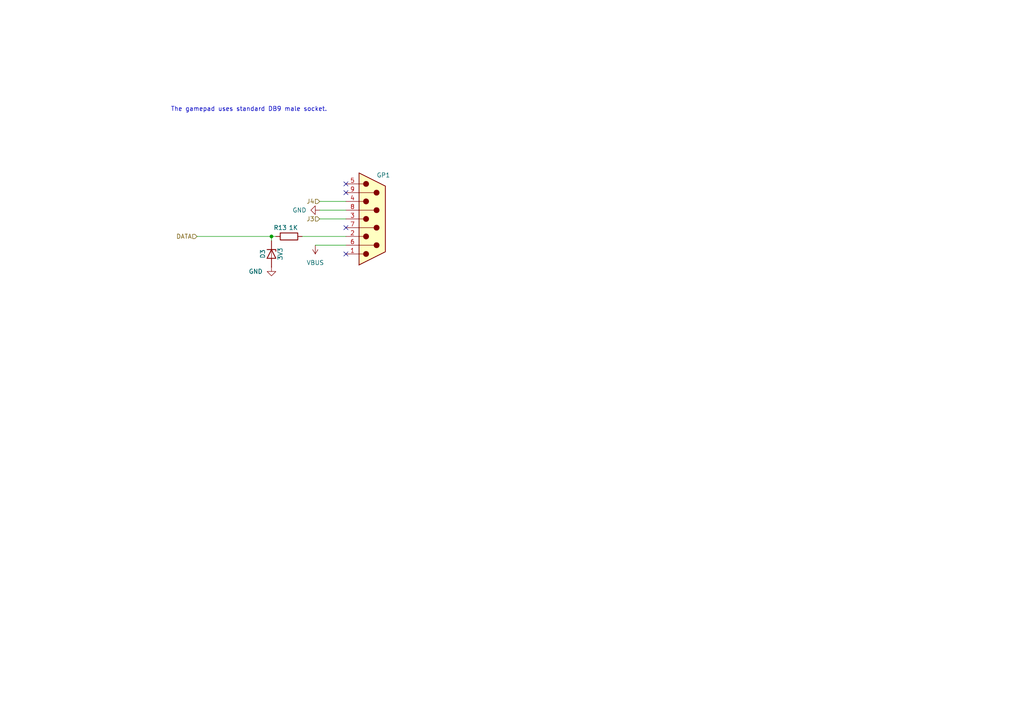
<source format=kicad_sch>
(kicad_sch (version 20250114) (generator "eeschema") (generator_version "9.0")
  (paper "A4")
  (title_block (title "MiniFRANK RM1") (date "2025-03-04") (rev "2.01") (company "Mikhail Matveev") (comment 1 "https://github.com/xtremespb/frank"))
  (lib_symbols
    (symbol "Device:D_Zener" (pin_numbers (hide yes)) (pin_names (offset 1.016) (hide yes))
      (property "Reference" "D" (at 0 2.54 0))
      (property "Value" "D_Zener" (at 0 -2.54 0))
      (symbol "D_Zener_0_1"
        (polyline (pts (xy -1.27 -1.27) (xy -1.27 1.27) (xy -0.762 1.27)) (stroke (width 0.254)))
        (polyline (pts (xy 1.27 0) (xy -1.27 0)))
        (polyline (pts (xy 1.27 -1.27) (xy 1.27 1.27) (xy -1.27 0) (xy 1.27 -1.27)) (stroke (width 0.254)))
      )
      (symbol "D_Zener_1_1"
        (pin passive line (at -3.81 0 0) (length 2.54) (name "K") (number "1"))
        (pin passive line (at 3.81 0 180) (length 2.54) (name "A") (number "2"))
      )
    )
    (symbol "Device:R" (pin_numbers (hide yes)) (pin_names (offset 0))
      (property "Reference" "R" (at 2.032 0 90))
      (property "Value" "R" (at 0 0 90))
      (symbol "R_0_1"
        (rectangle (start -1.016 -2.54) (end 1.016 2.54) (stroke (width 0.254)))
      )
      (symbol "R_1_1"
        (pin passive line (at 0 3.81 270) (length 1.27) (name "~") (number "1"))
        (pin passive line (at 0 -3.81 90) (length 1.27) (name "~") (number "2"))
      )
    )
    (symbol "FRANK:DB9_Male_Small" (pin_names (offset 1.016) (hide yes))
      (property "Reference" "JOY1" (at 1.27 12.7 0))
      (symbol "DB9_Male_Small_0_1"
        (polyline (pts (xy -3.81 10.16) (xy -2.54 10.16)))
        (polyline (pts (xy -3.81 7.62) (xy 0.508 7.62)))
        (polyline (pts (xy -3.81 5.08) (xy -2.54 5.08)))
        (polyline (pts (xy -3.81 2.54) (xy 0.508 2.54)))
        (polyline (pts (xy -3.81 0) (xy -2.54 0)))
        (polyline (pts (xy -3.81 -2.54) (xy 0.508 -2.54)))
        (polyline (pts (xy -3.81 -5.08) (xy -2.54 -5.08)))
        (polyline (pts (xy -3.81 -7.62) (xy 0.508 -7.62)))
        (polyline (pts (xy -3.81 -10.16) (xy -2.54 -10.16)))
        (polyline (pts (xy -3.81 -13.335) (xy -3.81 13.335) (xy 3.81 9.525) (xy 3.81 -9.525) (xy -3.81 -13.335)) (stroke (width 0.254)) (fill (type background)))
        (circle (center -1.778 10.16) (radius 0.762) (fill (type outline)))
        (circle (center -1.778 5.08) (radius 0.762) (fill (type outline)))
        (circle (center -1.778 0) (radius 0.762) (fill (type outline)))
        (circle (center -1.778 -5.08) (radius 0.762) (fill (type outline)))
        (circle (center -1.778 -10.16) (radius 0.762) (fill (type outline)))
        (circle (center 1.27 7.62) (radius 0.762) (fill (type outline)))
        (circle (center 1.27 2.54) (radius 0.762) (fill (type outline)))
        (circle (center 1.27 -2.54) (radius 0.762) (fill (type outline)))
        (circle (center 1.27 -7.62) (radius 0.762) (fill (type outline)))
      )
      (symbol "DB9_Male_Small_1_1"
        (pin passive line (at -7.62 10.16 0) (length 3.81) (name "5") (number "5"))
        (pin passive line (at -7.62 7.62 0) (length 3.81) (name "9") (number "9"))
        (pin passive line (at -7.62 5.08 0) (length 3.81) (name "4") (number "4"))
        (pin passive line (at -7.62 2.54 0) (length 3.81) (name "8") (number "8"))
        (pin passive line (at -7.62 0 0) (length 3.81) (name "3") (number "3"))
        (pin passive line (at -7.62 -2.54 0) (length 3.81) (name "7") (number "7"))
        (pin passive line (at -7.62 -5.08 0) (length 3.81) (name "2") (number "2"))
        (pin passive line (at -7.62 -7.62 0) (length 3.81) (name "6") (number "6"))
        (pin passive line (at -7.62 -10.16 0) (length 3.81) (name "1") (number "1"))
      )
    )
    (symbol "GND_1" (power) (pin_numbers (hide yes)) (pin_names (offset 0) (hide yes))
      (property "Value" "GND" (at 0 -3.81 0))
      (symbol "GND_1_0_1"
        (polyline (pts (xy 0 0) (xy 0 -1.27) (xy 1.27 -1.27) (xy 0 -2.54) (xy -1.27 -1.27) (xy 0 -1.27)))
      )
      (symbol "GND_1_1_1"
        (pin power_in line (at 0 0 270) (length 0) (name "~") (number "1"))
      )
    )
    (symbol "power:GND" (power) (pin_numbers (hide yes)) (pin_names (offset 0) (hide yes))
      (property "Value" "GND" (at 0 -3.81 0))
      (symbol "GND_0_1"
        (polyline (pts (xy 0 0) (xy 0 -1.27) (xy 1.27 -1.27) (xy 0 -2.54) (xy -1.27 -1.27) (xy 0 -1.27)))
      )
      (symbol "GND_1_1"
        (pin power_in line (at 0 0 270) (length 0) (name "~") (number "1"))
      )
    )
    (symbol "power:VBUS" (power) (pin_numbers (hide yes)) (pin_names (offset 0) (hide yes))
      (property "Value" "VBUS" (at 0 3.556 0))
      (symbol "VBUS_0_1"
        (polyline (pts (xy -0.762 1.27) (xy 0 2.54)))
        (polyline (pts (xy 0 2.54) (xy 0.762 1.27)))
        (polyline (pts (xy 0 0) (xy 0 2.54)))
      )
      (symbol "VBUS_1_1"
        (pin power_in line (at 0 0 90) (length 0) (name "~") (number "1"))
      )
    )
  )
  (text "The gamepad uses standard DB9 male socket." (at 49.53 31.75 0) (effects (font (size 1.27 1.27)) (justify left)))
  (junction (at 78.74 68.58))
  (no_connect (at 100.33 55.88))
  (no_connect (at 100.33 53.34))
  (no_connect (at 100.33 66.04))
  (no_connect (at 100.33 73.66))
  (wire (pts (xy 92.71 63.5) (xy 100.33 63.5)))
  (wire (pts (xy 92.71 58.42) (xy 100.33 58.42)))
  (wire (pts (xy 91.44 71.12) (xy 100.33 71.12)))
  (wire (pts (xy 78.74 68.58) (xy 78.74 69.85)))
  (wire (pts (xy 57.15 68.58) (xy 78.74 68.58)))
  (wire (pts (xy 80.01 68.58) (xy 78.74 68.58)))
  (wire (pts (xy 92.71 60.96) (xy 100.33 60.96)))
  (wire (pts (xy 87.63 68.58) (xy 100.33 68.58)))
  (hierarchical_label "J4" (shape input) (at 92.71 58.42 180))
  (hierarchical_label "J3" (shape input) (at 92.71 63.5 180))
  (hierarchical_label "DATA" (shape input) (at 57.15 68.58 180))
  (symbol (lib_id "power:GND") (at 78.74 77.47 0) (unit 1)
    (property "Reference" "#PWR040" (effects (hide yes)))
    (property "Value" "GND" (at 76.2 78.74 0) (effects (justify right)))
    (property "Description" "Power symbol creates a global label with name \"GND\" , ground" (effects (hide yes)))
    (instances (project "" (path "" (reference "#PWR040") (unit 1)) (path "" (reference "#PWR043") (unit 1))))
  )
  (symbol (lib_id "Device:D_Zener") (at 78.74 73.66 270) (unit 1)
    (property "Reference" "D3" (at 76.2 73.66 0))
    (property "Value" "3V3" (at 81.28 73.66 0))
    (property "Footprint" "FRANK:Diode (SOD-323)" (effects (hide yes)))
    (property "Datasheet" "https://www.vishay.com/docs/83335/bzx384g.pdf" (effects (hide yes)))
    (property "AliExpress" "https://www.aliexpress.com/item/32997486634.html" (effects (hide yes)))
    (instances (project "" (path "" (reference "D3") (unit 1)) (path "" (reference "D4") (unit 1))))
  )
  (symbol (lib_id "power:VBUS") (at 91.44 71.12 180) (unit 1)
    (property "Reference" "#PWR039" (effects (hide yes)))
    (property "Value" "VBUS" (at 91.44 76.2 0))
    (property "Description" "Power symbol creates a global label with name \"VBUS\"" (effects (hide yes)))
    (instances (project "" (path "" (reference "#PWR039") (unit 1)) (path "" (reference "#PWR042") (unit 1))))
  )
  (symbol (lib_id "FRANK:DB9_Male_Small") (at 107.95 63.5 0) (unit 1)
    (property "Reference" "GP1" (at 109.22 50.8 0) (effects (justify left)))
    (property "Value" "Gamepad" (effects (hide yes)))
    (property "Footprint" "FRANK:D-SUB (9 pin, male)" (effects (hide yes)))
    (property "Datasheet" "https://eu.mouser.com/datasheet/2/578/original-3313093.pdf" (effects (hide yes)))
    (property "AliExpress" "https://www.aliexpress.com/item/4000659356343.html" (effects (hide yes)))
    (instances (project "" (path "" (reference "GP1") (unit 1)) (path "" (reference "GP2") (unit 1))))
  )
  (symbol (lib_name "GND_1") (lib_id "power:GND") (at 92.71 60.96 270) (unit 1)
    (property "Reference" "#PWR038" (effects (hide yes)))
    (property "Value" "GND" (at 88.9 60.9599 90) (effects (justify right)))
    (property "Description" "Power symbol creates a global label with name \"GND\" , ground" (effects (hide yes)))
    (instances (project "" (path "" (reference "#PWR038") (unit 1)) (path "" (reference "#PWR041") (unit 1))))
  )
  (symbol (lib_id "Device:R") (at 83.82 68.58 90) (unit 1)
    (property "Reference" "R13" (at 81.28 66.04 90))
    (property "Value" "1K" (at 85.09 66.04 90))
    (property "Footprint" "FRANK:Resistor (0805)" (effects (hide yes)))
    (property "Datasheet" "https://www.vishay.com/docs/28952/mcs0402at-mct0603at-mcu0805at-mca1206at.pdf" (effects (hide yes)))
    (property "AliExpress" "https://www.aliexpress.com/item/1005005945735199.html" (effects (hide yes)))
    (instances (project "" (path "" (reference "R13") (unit 1)) (path "" (reference "R14") (unit 1))))
  )
)
</source>
